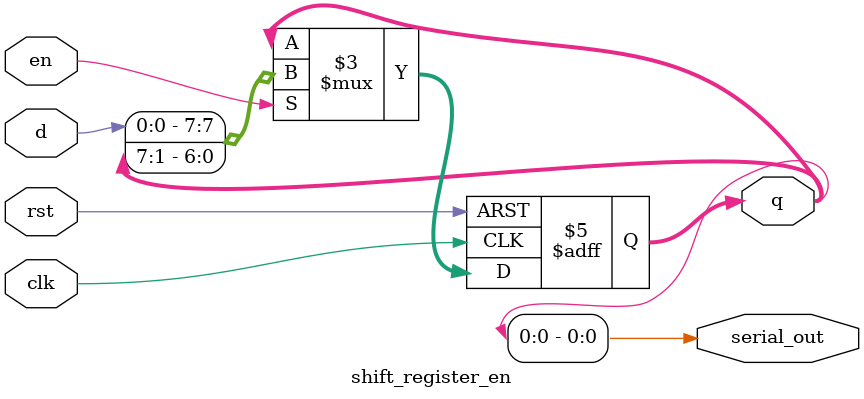
<source format=v>
module shift_register_en #(
	parameter WIDTH=8
) (
	input                  clk, 
	input                  en, 
	input                  rst, 
	input                  d,
	output                 serial_out,
	output reg [WIDTH-1:0] q
);

always @(posedge clk or negedge rst) begin
	if (!rst) 
		q <= 0; 
	else if (en) 
		q <= {d, q[WIDTH-1:1]}; 
end
	
assign serial_out = q[0];
	
endmodule

</source>
